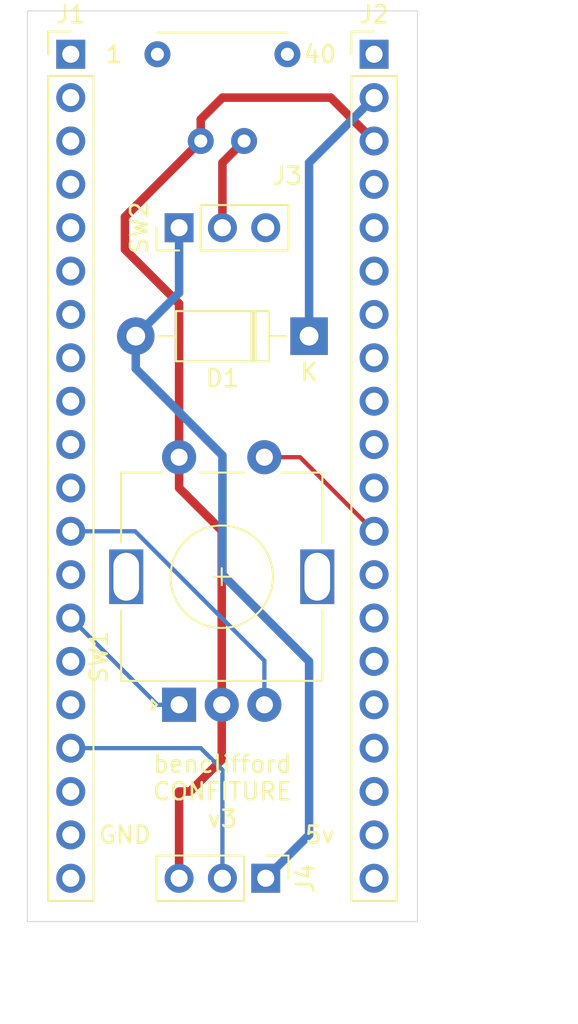
<source format=kicad_pcb>
(kicad_pcb (version 20171130) (host pcbnew 5.1.9+dfsg1-1)

  (general
    (thickness 1.6)
    (drawings 9)
    (tracks 37)
    (zones 0)
    (modules 7)
    (nets 44)
  )

  (page A4)
  (layers
    (0 F.Cu signal)
    (31 B.Cu signal)
    (32 B.Adhes user)
    (33 F.Adhes user)
    (34 B.Paste user)
    (35 F.Paste user)
    (36 B.SilkS user)
    (37 F.SilkS user)
    (38 B.Mask user)
    (39 F.Mask user)
    (40 Dwgs.User user)
    (41 Cmts.User user)
    (42 Eco1.User user)
    (43 Eco2.User user)
    (44 Edge.Cuts user)
    (45 Margin user)
    (46 B.CrtYd user)
    (47 F.CrtYd user)
    (48 B.Fab user)
    (49 F.Fab user)
  )

  (setup
    (last_trace_width 0.5)
    (trace_clearance 0.2)
    (zone_clearance 0.508)
    (zone_45_only no)
    (trace_min 0.2)
    (via_size 0.8)
    (via_drill 0.4)
    (via_min_size 0.4)
    (via_min_drill 0.3)
    (uvia_size 0.3)
    (uvia_drill 0.1)
    (uvias_allowed no)
    (uvia_min_size 0.2)
    (uvia_min_drill 0.1)
    (edge_width 0.05)
    (segment_width 0.2)
    (pcb_text_width 0.3)
    (pcb_text_size 1.5 1.5)
    (mod_edge_width 0.12)
    (mod_text_size 1 1)
    (mod_text_width 0.15)
    (pad_size 1.524 1.524)
    (pad_drill 0.762)
    (pad_to_mask_clearance 0)
    (aux_axis_origin 0 0)
    (visible_elements FFFFFF7F)
    (pcbplotparams
      (layerselection 0x010fc_ffffffff)
      (usegerberextensions false)
      (usegerberattributes true)
      (usegerberadvancedattributes true)
      (creategerberjobfile true)
      (excludeedgelayer true)
      (linewidth 0.100000)
      (plotframeref false)
      (viasonmask false)
      (mode 1)
      (useauxorigin false)
      (hpglpennumber 1)
      (hpglpenspeed 20)
      (hpglpendiameter 15.000000)
      (psnegative false)
      (psa4output false)
      (plotreference true)
      (plotvalue true)
      (plotinvisibletext false)
      (padsonsilk false)
      (subtractmaskfromsilk false)
      (outputformat 1)
      (mirror false)
      (drillshape 1)
      (scaleselection 1)
      (outputdirectory ""))
  )

  (net 0 "")
  (net 1 "Net-(D1-Pad1)")
  (net 2 "Net-(J1-Pad20)")
  (net 3 "Net-(J1-Pad19)")
  (net 4 "Net-(J1-Pad18)")
  (net 5 "Net-(J1-Pad17)")
  (net 6 "Net-(J1-Pad16)")
  (net 7 "Net-(J1-Pad15)")
  (net 8 "Net-(J1-Pad14)")
  (net 9 "Net-(J1-Pad13)")
  (net 10 "Net-(J1-Pad12)")
  (net 11 "Net-(J1-Pad11)")
  (net 12 "Net-(J1-Pad10)")
  (net 13 "Net-(J1-Pad9)")
  (net 14 "Net-(J1-Pad8)")
  (net 15 "Net-(J1-Pad7)")
  (net 16 "Net-(J1-Pad6)")
  (net 17 "Net-(J1-Pad5)")
  (net 18 "Net-(J1-Pad4)")
  (net 19 "Net-(J1-Pad3)")
  (net 20 "Net-(J1-Pad2)")
  (net 21 "Net-(J1-Pad1)")
  (net 22 "Net-(J2-Pad20)")
  (net 23 "Net-(J2-Pad19)")
  (net 24 "Net-(J2-Pad18)")
  (net 25 "Net-(J2-Pad17)")
  (net 26 "Net-(J2-Pad16)")
  (net 27 "Net-(J2-Pad15)")
  (net 28 "Net-(J2-Pad14)")
  (net 29 "Net-(J2-Pad13)")
  (net 30 "Net-(J2-Pad12)")
  (net 31 "Net-(J2-Pad11)")
  (net 32 "Net-(J2-Pad10)")
  (net 33 "Net-(J2-Pad9)")
  (net 34 "Net-(J2-Pad8)")
  (net 35 "Net-(J2-Pad7)")
  (net 36 "Net-(J2-Pad6)")
  (net 37 "Net-(J2-Pad5)")
  (net 38 "Net-(J2-Pad4)")
  (net 39 "Net-(J2-Pad1)")
  (net 40 "Net-(J3-Pad2)")
  (net 41 "Net-(SW2-Pad3)")
  (net 42 /5V_SWITCHED)
  (net 43 /GND)

  (net_class Default "This is the default net class."
    (clearance 0.2)
    (trace_width 0.5)
    (via_dia 0.8)
    (via_drill 0.4)
    (uvia_dia 0.3)
    (uvia_drill 0.1)
    (add_net /5V_SWITCHED)
    (add_net /GND)
    (add_net "Net-(D1-Pad1)")
    (add_net "Net-(J1-Pad1)")
    (add_net "Net-(J1-Pad10)")
    (add_net "Net-(J1-Pad11)")
    (add_net "Net-(J1-Pad12)")
    (add_net "Net-(J1-Pad13)")
    (add_net "Net-(J1-Pad14)")
    (add_net "Net-(J1-Pad15)")
    (add_net "Net-(J1-Pad16)")
    (add_net "Net-(J1-Pad17)")
    (add_net "Net-(J1-Pad18)")
    (add_net "Net-(J1-Pad19)")
    (add_net "Net-(J1-Pad2)")
    (add_net "Net-(J1-Pad20)")
    (add_net "Net-(J1-Pad3)")
    (add_net "Net-(J1-Pad4)")
    (add_net "Net-(J1-Pad5)")
    (add_net "Net-(J1-Pad6)")
    (add_net "Net-(J1-Pad7)")
    (add_net "Net-(J1-Pad8)")
    (add_net "Net-(J1-Pad9)")
    (add_net "Net-(J2-Pad1)")
    (add_net "Net-(J2-Pad10)")
    (add_net "Net-(J2-Pad11)")
    (add_net "Net-(J2-Pad12)")
    (add_net "Net-(J2-Pad13)")
    (add_net "Net-(J2-Pad14)")
    (add_net "Net-(J2-Pad15)")
    (add_net "Net-(J2-Pad16)")
    (add_net "Net-(J2-Pad17)")
    (add_net "Net-(J2-Pad18)")
    (add_net "Net-(J2-Pad19)")
    (add_net "Net-(J2-Pad20)")
    (add_net "Net-(J2-Pad4)")
    (add_net "Net-(J2-Pad5)")
    (add_net "Net-(J2-Pad6)")
    (add_net "Net-(J2-Pad7)")
    (add_net "Net-(J2-Pad8)")
    (add_net "Net-(J2-Pad9)")
    (add_net "Net-(J3-Pad2)")
    (add_net "Net-(SW2-Pad3)")
  )

  (module Rotary_Encoder:RotaryEncoder_Alps_EC11E-Switch_Vertical_H20mm (layer F.Cu) (tedit 5A74C8CB) (tstamp 60BFED6F)
    (at 116.84 31.75 90)
    (descr "Alps rotary encoder, EC12E... with switch, vertical shaft, http://www.alps.com/prod/info/E/HTML/Encoder/Incremental/EC11/EC11E15204A3.html")
    (tags "rotary encoder")
    (path /60BF5305)
    (fp_text reference SW1 (at 2.8 -4.7 90) (layer F.SilkS)
      (effects (font (size 1 1) (thickness 0.15)))
    )
    (fp_text value Rotary_Encoder_Switch (at 7.5 10.4 90) (layer F.Fab)
      (effects (font (size 1 1) (thickness 0.15)))
    )
    (fp_text user %R (at 11.1 6.3 90) (layer F.Fab)
      (effects (font (size 1 1) (thickness 0.15)))
    )
    (fp_line (start 7 2.5) (end 8 2.5) (layer F.SilkS) (width 0.12))
    (fp_line (start 7.5 2) (end 7.5 3) (layer F.SilkS) (width 0.12))
    (fp_line (start 13.6 6) (end 13.6 8.4) (layer F.SilkS) (width 0.12))
    (fp_line (start 13.6 1.2) (end 13.6 3.8) (layer F.SilkS) (width 0.12))
    (fp_line (start 13.6 -3.4) (end 13.6 -1) (layer F.SilkS) (width 0.12))
    (fp_line (start 4.5 2.5) (end 10.5 2.5) (layer F.Fab) (width 0.12))
    (fp_line (start 7.5 -0.5) (end 7.5 5.5) (layer F.Fab) (width 0.12))
    (fp_line (start 0.3 -1.6) (end 0 -1.3) (layer F.SilkS) (width 0.12))
    (fp_line (start -0.3 -1.6) (end 0.3 -1.6) (layer F.SilkS) (width 0.12))
    (fp_line (start 0 -1.3) (end -0.3 -1.6) (layer F.SilkS) (width 0.12))
    (fp_line (start 1.4 -3.4) (end 1.4 8.4) (layer F.SilkS) (width 0.12))
    (fp_line (start 5.5 -3.4) (end 1.4 -3.4) (layer F.SilkS) (width 0.12))
    (fp_line (start 5.5 8.4) (end 1.4 8.4) (layer F.SilkS) (width 0.12))
    (fp_line (start 13.6 8.4) (end 9.5 8.4) (layer F.SilkS) (width 0.12))
    (fp_line (start 9.5 -3.4) (end 13.6 -3.4) (layer F.SilkS) (width 0.12))
    (fp_line (start 1.5 -2.2) (end 2.5 -3.3) (layer F.Fab) (width 0.12))
    (fp_line (start 1.5 8.3) (end 1.5 -2.2) (layer F.Fab) (width 0.12))
    (fp_line (start 13.5 8.3) (end 1.5 8.3) (layer F.Fab) (width 0.12))
    (fp_line (start 13.5 -3.3) (end 13.5 8.3) (layer F.Fab) (width 0.12))
    (fp_line (start 2.5 -3.3) (end 13.5 -3.3) (layer F.Fab) (width 0.12))
    (fp_line (start -1.5 -4.6) (end 16 -4.6) (layer F.CrtYd) (width 0.05))
    (fp_line (start -1.5 -4.6) (end -1.5 9.6) (layer F.CrtYd) (width 0.05))
    (fp_line (start 16 9.6) (end 16 -4.6) (layer F.CrtYd) (width 0.05))
    (fp_line (start 16 9.6) (end -1.5 9.6) (layer F.CrtYd) (width 0.05))
    (fp_circle (center 7.5 2.5) (end 10.5 2.5) (layer F.SilkS) (width 0.12))
    (fp_circle (center 7.5 2.5) (end 10.5 2.5) (layer F.Fab) (width 0.12))
    (pad A thru_hole rect (at 0 0 90) (size 2 2) (drill 1) (layers *.Cu *.Mask)
      (net 8 "Net-(J1-Pad14)"))
    (pad C thru_hole circle (at 0 2.5 90) (size 2 2) (drill 1) (layers *.Cu *.Mask)
      (net 43 /GND))
    (pad B thru_hole circle (at 0 5 90) (size 2 2) (drill 1) (layers *.Cu *.Mask)
      (net 10 "Net-(J1-Pad12)"))
    (pad MP thru_hole rect (at 7.5 -3.1 90) (size 3.2 2) (drill oval 2.8 1.5) (layers *.Cu *.Mask))
    (pad MP thru_hole rect (at 7.5 8.1 90) (size 3.2 2) (drill oval 2.8 1.5) (layers *.Cu *.Mask))
    (pad S2 thru_hole circle (at 14.5 0 90) (size 2 2) (drill 1) (layers *.Cu *.Mask)
      (net 43 /GND))
    (pad S1 thru_hole circle (at 14.5 5 90) (size 2 2) (drill 1) (layers *.Cu *.Mask)
      (net 30 "Net-(J2-Pad12)"))
    (model ${KISYS3DMOD}/Rotary_Encoder.3dshapes/RotaryEncoder_Alps_EC11E-Switch_Vertical_H20mm.wrl
      (at (xyz 0 0 0))
      (scale (xyz 1 1 1))
      (rotate (xyz 0 0 0))
    )
  )

  (module Diode_THT:D_DO-41_SOD81_P10.16mm_Horizontal (layer F.Cu) (tedit 5AE50CD5) (tstamp 60BFECB0)
    (at 124.46 10.16 180)
    (descr "Diode, DO-41_SOD81 series, Axial, Horizontal, pin pitch=10.16mm, , length*diameter=5.2*2.7mm^2, , http://www.diodes.com/_files/packages/DO-41%20(Plastic).pdf")
    (tags "Diode DO-41_SOD81 series Axial Horizontal pin pitch 10.16mm  length 5.2mm diameter 2.7mm")
    (path /60BF9A5A)
    (fp_text reference D1 (at 5.08 -2.47) (layer F.SilkS)
      (effects (font (size 1 1) (thickness 0.15)))
    )
    (fp_text value D (at 5.08 2.47) (layer F.Fab)
      (effects (font (size 1 1) (thickness 0.15)))
    )
    (fp_text user K (at 0 -2.1) (layer F.SilkS)
      (effects (font (size 1 1) (thickness 0.15)))
    )
    (fp_text user K (at 0 -2.1) (layer F.Fab)
      (effects (font (size 1 1) (thickness 0.15)))
    )
    (fp_text user %R (at 5.47 0) (layer F.Fab)
      (effects (font (size 1 1) (thickness 0.15)))
    )
    (fp_line (start 2.48 -1.35) (end 2.48 1.35) (layer F.Fab) (width 0.1))
    (fp_line (start 2.48 1.35) (end 7.68 1.35) (layer F.Fab) (width 0.1))
    (fp_line (start 7.68 1.35) (end 7.68 -1.35) (layer F.Fab) (width 0.1))
    (fp_line (start 7.68 -1.35) (end 2.48 -1.35) (layer F.Fab) (width 0.1))
    (fp_line (start 0 0) (end 2.48 0) (layer F.Fab) (width 0.1))
    (fp_line (start 10.16 0) (end 7.68 0) (layer F.Fab) (width 0.1))
    (fp_line (start 3.26 -1.35) (end 3.26 1.35) (layer F.Fab) (width 0.1))
    (fp_line (start 3.36 -1.35) (end 3.36 1.35) (layer F.Fab) (width 0.1))
    (fp_line (start 3.16 -1.35) (end 3.16 1.35) (layer F.Fab) (width 0.1))
    (fp_line (start 2.36 -1.47) (end 2.36 1.47) (layer F.SilkS) (width 0.12))
    (fp_line (start 2.36 1.47) (end 7.8 1.47) (layer F.SilkS) (width 0.12))
    (fp_line (start 7.8 1.47) (end 7.8 -1.47) (layer F.SilkS) (width 0.12))
    (fp_line (start 7.8 -1.47) (end 2.36 -1.47) (layer F.SilkS) (width 0.12))
    (fp_line (start 1.34 0) (end 2.36 0) (layer F.SilkS) (width 0.12))
    (fp_line (start 8.82 0) (end 7.8 0) (layer F.SilkS) (width 0.12))
    (fp_line (start 3.26 -1.47) (end 3.26 1.47) (layer F.SilkS) (width 0.12))
    (fp_line (start 3.38 -1.47) (end 3.38 1.47) (layer F.SilkS) (width 0.12))
    (fp_line (start 3.14 -1.47) (end 3.14 1.47) (layer F.SilkS) (width 0.12))
    (fp_line (start -1.35 -1.6) (end -1.35 1.6) (layer F.CrtYd) (width 0.05))
    (fp_line (start -1.35 1.6) (end 11.51 1.6) (layer F.CrtYd) (width 0.05))
    (fp_line (start 11.51 1.6) (end 11.51 -1.6) (layer F.CrtYd) (width 0.05))
    (fp_line (start 11.51 -1.6) (end -1.35 -1.6) (layer F.CrtYd) (width 0.05))
    (pad 2 thru_hole oval (at 10.16 0 180) (size 2.2 2.2) (drill 1.1) (layers *.Cu *.Mask)
      (net 42 /5V_SWITCHED))
    (pad 1 thru_hole rect (at 0 0 180) (size 2.2 2.2) (drill 1.1) (layers *.Cu *.Mask)
      (net 1 "Net-(D1-Pad1)"))
    (model ${KISYS3DMOD}/Diode_THT.3dshapes/D_DO-41_SOD81_P10.16mm_Horizontal.wrl
      (at (xyz 0 0 0))
      (scale (xyz 1 1 1))
      (rotate (xyz 0 0 0))
    )
  )

  (module Connector_PinHeader_2.54mm:PinHeader_1x03_P2.54mm_Vertical (layer F.Cu) (tedit 59FED5CC) (tstamp 60BFEDAF)
    (at 116.84 3.81 90)
    (descr "Through hole straight pin header, 1x03, 2.54mm pitch, single row")
    (tags "Through hole pin header THT 1x03 2.54mm single row")
    (path /60BF69ED)
    (fp_text reference SW2 (at 0 -2.33 90) (layer F.SilkS)
      (effects (font (size 1 1) (thickness 0.15)))
    )
    (fp_text value SW_SPDT (at 0 7.41 90) (layer F.Fab)
      (effects (font (size 1 1) (thickness 0.15)))
    )
    (fp_text user %R (at 0 2.54) (layer F.Fab)
      (effects (font (size 1 1) (thickness 0.15)))
    )
    (fp_line (start -0.635 -1.27) (end 1.27 -1.27) (layer F.Fab) (width 0.1))
    (fp_line (start 1.27 -1.27) (end 1.27 6.35) (layer F.Fab) (width 0.1))
    (fp_line (start 1.27 6.35) (end -1.27 6.35) (layer F.Fab) (width 0.1))
    (fp_line (start -1.27 6.35) (end -1.27 -0.635) (layer F.Fab) (width 0.1))
    (fp_line (start -1.27 -0.635) (end -0.635 -1.27) (layer F.Fab) (width 0.1))
    (fp_line (start -1.33 6.41) (end 1.33 6.41) (layer F.SilkS) (width 0.12))
    (fp_line (start -1.33 1.27) (end -1.33 6.41) (layer F.SilkS) (width 0.12))
    (fp_line (start 1.33 1.27) (end 1.33 6.41) (layer F.SilkS) (width 0.12))
    (fp_line (start -1.33 1.27) (end 1.33 1.27) (layer F.SilkS) (width 0.12))
    (fp_line (start -1.33 0) (end -1.33 -1.33) (layer F.SilkS) (width 0.12))
    (fp_line (start -1.33 -1.33) (end 0 -1.33) (layer F.SilkS) (width 0.12))
    (fp_line (start -1.8 -1.8) (end -1.8 6.85) (layer F.CrtYd) (width 0.05))
    (fp_line (start -1.8 6.85) (end 1.8 6.85) (layer F.CrtYd) (width 0.05))
    (fp_line (start 1.8 6.85) (end 1.8 -1.8) (layer F.CrtYd) (width 0.05))
    (fp_line (start 1.8 -1.8) (end -1.8 -1.8) (layer F.CrtYd) (width 0.05))
    (pad 3 thru_hole oval (at 0 5.08 90) (size 1.7 1.7) (drill 1) (layers *.Cu *.Mask)
      (net 41 "Net-(SW2-Pad3)"))
    (pad 2 thru_hole oval (at 0 2.54 90) (size 1.7 1.7) (drill 1) (layers *.Cu *.Mask)
      (net 40 "Net-(J3-Pad2)"))
    (pad 1 thru_hole rect (at 0 0 90) (size 1.7 1.7) (drill 1) (layers *.Cu *.Mask)
      (net 42 /5V_SWITCHED))
    (model ${KISYS3DMOD}/Connector_PinHeader_2.54mm.3dshapes/PinHeader_1x03_P2.54mm_Vertical.wrl
      (at (xyz 0 0 0))
      (scale (xyz 1 1 1))
      (rotate (xyz 0 0 0))
    )
  )

  (module Connector_PinHeader_2.54mm:PinHeader_1x03_P2.54mm_Vertical (layer F.Cu) (tedit 59FED5CC) (tstamp 60BFED49)
    (at 121.92 41.91 270)
    (descr "Through hole straight pin header, 1x03, 2.54mm pitch, single row")
    (tags "Through hole pin header THT 1x03 2.54mm single row")
    (path /60BF7505)
    (fp_text reference J4 (at 0 -2.33 90) (layer F.SilkS)
      (effects (font (size 1 1) (thickness 0.15)))
    )
    (fp_text value Screw_Terminal_01x03 (at 0 7.41 90) (layer F.Fab)
      (effects (font (size 1 1) (thickness 0.15)))
    )
    (fp_text user %R (at 0 2.54) (layer F.Fab)
      (effects (font (size 1 1) (thickness 0.15)))
    )
    (fp_line (start -0.635 -1.27) (end 1.27 -1.27) (layer F.Fab) (width 0.1))
    (fp_line (start 1.27 -1.27) (end 1.27 6.35) (layer F.Fab) (width 0.1))
    (fp_line (start 1.27 6.35) (end -1.27 6.35) (layer F.Fab) (width 0.1))
    (fp_line (start -1.27 6.35) (end -1.27 -0.635) (layer F.Fab) (width 0.1))
    (fp_line (start -1.27 -0.635) (end -0.635 -1.27) (layer F.Fab) (width 0.1))
    (fp_line (start -1.33 6.41) (end 1.33 6.41) (layer F.SilkS) (width 0.12))
    (fp_line (start -1.33 1.27) (end -1.33 6.41) (layer F.SilkS) (width 0.12))
    (fp_line (start 1.33 1.27) (end 1.33 6.41) (layer F.SilkS) (width 0.12))
    (fp_line (start -1.33 1.27) (end 1.33 1.27) (layer F.SilkS) (width 0.12))
    (fp_line (start -1.33 0) (end -1.33 -1.33) (layer F.SilkS) (width 0.12))
    (fp_line (start -1.33 -1.33) (end 0 -1.33) (layer F.SilkS) (width 0.12))
    (fp_line (start -1.8 -1.8) (end -1.8 6.85) (layer F.CrtYd) (width 0.05))
    (fp_line (start -1.8 6.85) (end 1.8 6.85) (layer F.CrtYd) (width 0.05))
    (fp_line (start 1.8 6.85) (end 1.8 -1.8) (layer F.CrtYd) (width 0.05))
    (fp_line (start 1.8 -1.8) (end -1.8 -1.8) (layer F.CrtYd) (width 0.05))
    (pad 3 thru_hole oval (at 0 5.08 270) (size 1.7 1.7) (drill 1) (layers *.Cu *.Mask)
      (net 43 /GND))
    (pad 2 thru_hole oval (at 0 2.54 270) (size 1.7 1.7) (drill 1) (layers *.Cu *.Mask)
      (net 5 "Net-(J1-Pad17)"))
    (pad 1 thru_hole rect (at 0 0 270) (size 1.7 1.7) (drill 1) (layers *.Cu *.Mask)
      (net 42 /5V_SWITCHED))
    (model ${KISYS3DMOD}/Connector_PinHeader_2.54mm.3dshapes/PinHeader_1x03_P2.54mm_Vertical.wrl
      (at (xyz 0 0 0))
      (scale (xyz 1 1 1))
      (rotate (xyz 0 0 0))
    )
  )

  (module kidcad-test:usb_micro_b_power_pp_benc (layer F.Cu) (tedit 60BF6A66) (tstamp 60BFED09)
    (at 124.46 -3.81 180)
    (path /60C6FF2F)
    (fp_text reference J3 (at 1.27 -4.58) (layer F.SilkS)
      (effects (font (size 1 1) (thickness 0.15)))
    )
    (fp_text value Conn_01x02_Male (at 1.27 -5.58) (layer F.Fab)
      (effects (font (size 1 1) (thickness 0.15)))
    )
    (fp_line (start 1.27 3.81) (end 8.89 3.81) (layer F.SilkS) (width 0.12))
    (pad 3 thru_hole circle (at 8.89 2.54 180) (size 1.524 1.524) (drill 0.762) (layers *.Cu *.Mask))
    (pad 4 thru_hole circle (at 1.27 2.54 180) (size 1.524 1.524) (drill 0.762) (layers *.Cu *.Mask))
    (pad 1 thru_hole circle (at 6.35 -2.54 180) (size 1.524 1.524) (drill 0.762) (layers *.Cu *.Mask)
      (net 43 /GND))
    (pad 2 thru_hole circle (at 3.81 -2.54 180) (size 1.524 1.524) (drill 0.762) (layers *.Cu *.Mask)
      (net 40 "Net-(J3-Pad2)"))
  )

  (module Connector_PinHeader_2.54mm:PinHeader_1x20_P2.54mm_Vertical (layer F.Cu) (tedit 59FED5CC) (tstamp 60BFED00)
    (at 128.27 -6.35)
    (descr "Through hole straight pin header, 1x20, 2.54mm pitch, single row")
    (tags "Through hole pin header THT 1x20 2.54mm single row")
    (path /60BFFC1A)
    (fp_text reference J2 (at 0 -2.33) (layer F.SilkS)
      (effects (font (size 1 1) (thickness 0.15)))
    )
    (fp_text value "Pins 40-21 (reverse counting)" (at 0 50.59) (layer F.Fab)
      (effects (font (size 1 1) (thickness 0.15)))
    )
    (fp_text user %R (at 0 24.13 90) (layer F.Fab)
      (effects (font (size 1 1) (thickness 0.15)))
    )
    (fp_line (start -0.635 -1.27) (end 1.27 -1.27) (layer F.Fab) (width 0.1))
    (fp_line (start 1.27 -1.27) (end 1.27 49.53) (layer F.Fab) (width 0.1))
    (fp_line (start 1.27 49.53) (end -1.27 49.53) (layer F.Fab) (width 0.1))
    (fp_line (start -1.27 49.53) (end -1.27 -0.635) (layer F.Fab) (width 0.1))
    (fp_line (start -1.27 -0.635) (end -0.635 -1.27) (layer F.Fab) (width 0.1))
    (fp_line (start -1.33 49.59) (end 1.33 49.59) (layer F.SilkS) (width 0.12))
    (fp_line (start -1.33 1.27) (end -1.33 49.59) (layer F.SilkS) (width 0.12))
    (fp_line (start 1.33 1.27) (end 1.33 49.59) (layer F.SilkS) (width 0.12))
    (fp_line (start -1.33 1.27) (end 1.33 1.27) (layer F.SilkS) (width 0.12))
    (fp_line (start -1.33 0) (end -1.33 -1.33) (layer F.SilkS) (width 0.12))
    (fp_line (start -1.33 -1.33) (end 0 -1.33) (layer F.SilkS) (width 0.12))
    (fp_line (start -1.8 -1.8) (end -1.8 50.05) (layer F.CrtYd) (width 0.05))
    (fp_line (start -1.8 50.05) (end 1.8 50.05) (layer F.CrtYd) (width 0.05))
    (fp_line (start 1.8 50.05) (end 1.8 -1.8) (layer F.CrtYd) (width 0.05))
    (fp_line (start 1.8 -1.8) (end -1.8 -1.8) (layer F.CrtYd) (width 0.05))
    (pad 20 thru_hole oval (at 0 48.26) (size 1.7 1.7) (drill 1) (layers *.Cu *.Mask)
      (net 22 "Net-(J2-Pad20)"))
    (pad 19 thru_hole oval (at 0 45.72) (size 1.7 1.7) (drill 1) (layers *.Cu *.Mask)
      (net 23 "Net-(J2-Pad19)"))
    (pad 18 thru_hole oval (at 0 43.18) (size 1.7 1.7) (drill 1) (layers *.Cu *.Mask)
      (net 24 "Net-(J2-Pad18)"))
    (pad 17 thru_hole oval (at 0 40.64) (size 1.7 1.7) (drill 1) (layers *.Cu *.Mask)
      (net 25 "Net-(J2-Pad17)"))
    (pad 16 thru_hole oval (at 0 38.1) (size 1.7 1.7) (drill 1) (layers *.Cu *.Mask)
      (net 26 "Net-(J2-Pad16)"))
    (pad 15 thru_hole oval (at 0 35.56) (size 1.7 1.7) (drill 1) (layers *.Cu *.Mask)
      (net 27 "Net-(J2-Pad15)"))
    (pad 14 thru_hole oval (at 0 33.02) (size 1.7 1.7) (drill 1) (layers *.Cu *.Mask)
      (net 28 "Net-(J2-Pad14)"))
    (pad 13 thru_hole oval (at 0 30.48) (size 1.7 1.7) (drill 1) (layers *.Cu *.Mask)
      (net 29 "Net-(J2-Pad13)"))
    (pad 12 thru_hole oval (at 0 27.94) (size 1.7 1.7) (drill 1) (layers *.Cu *.Mask)
      (net 30 "Net-(J2-Pad12)"))
    (pad 11 thru_hole oval (at 0 25.4) (size 1.7 1.7) (drill 1) (layers *.Cu *.Mask)
      (net 31 "Net-(J2-Pad11)"))
    (pad 10 thru_hole oval (at 0 22.86) (size 1.7 1.7) (drill 1) (layers *.Cu *.Mask)
      (net 32 "Net-(J2-Pad10)"))
    (pad 9 thru_hole oval (at 0 20.32) (size 1.7 1.7) (drill 1) (layers *.Cu *.Mask)
      (net 33 "Net-(J2-Pad9)"))
    (pad 8 thru_hole oval (at 0 17.78) (size 1.7 1.7) (drill 1) (layers *.Cu *.Mask)
      (net 34 "Net-(J2-Pad8)"))
    (pad 7 thru_hole oval (at 0 15.24) (size 1.7 1.7) (drill 1) (layers *.Cu *.Mask)
      (net 35 "Net-(J2-Pad7)"))
    (pad 6 thru_hole oval (at 0 12.7) (size 1.7 1.7) (drill 1) (layers *.Cu *.Mask)
      (net 36 "Net-(J2-Pad6)"))
    (pad 5 thru_hole oval (at 0 10.16) (size 1.7 1.7) (drill 1) (layers *.Cu *.Mask)
      (net 37 "Net-(J2-Pad5)"))
    (pad 4 thru_hole oval (at 0 7.62) (size 1.7 1.7) (drill 1) (layers *.Cu *.Mask)
      (net 38 "Net-(J2-Pad4)"))
    (pad 3 thru_hole oval (at 0 5.08) (size 1.7 1.7) (drill 1) (layers *.Cu *.Mask)
      (net 43 /GND))
    (pad 2 thru_hole oval (at 0 2.54) (size 1.7 1.7) (drill 1) (layers *.Cu *.Mask)
      (net 1 "Net-(D1-Pad1)"))
    (pad 1 thru_hole rect (at 0 0) (size 1.7 1.7) (drill 1) (layers *.Cu *.Mask)
      (net 39 "Net-(J2-Pad1)"))
    (model ${KISYS3DMOD}/Connector_PinHeader_2.54mm.3dshapes/PinHeader_1x20_P2.54mm_Vertical.wrl
      (at (xyz 0 0 0))
      (scale (xyz 1 1 1))
      (rotate (xyz 0 0 0))
    )
  )

  (module Connector_PinHeader_2.54mm:PinHeader_1x20_P2.54mm_Vertical (layer F.Cu) (tedit 59FED5CC) (tstamp 60BFECD8)
    (at 110.49 -6.35)
    (descr "Through hole straight pin header, 1x20, 2.54mm pitch, single row")
    (tags "Through hole pin header THT 1x20 2.54mm single row")
    (path /60BFE91E)
    (fp_text reference J1 (at 0 -2.33) (layer F.SilkS)
      (effects (font (size 1 1) (thickness 0.15)))
    )
    (fp_text value "Pins 1-20" (at 0 50.59) (layer F.Fab)
      (effects (font (size 1 1) (thickness 0.15)))
    )
    (fp_text user %R (at 0 24.13 90) (layer F.Fab)
      (effects (font (size 1 1) (thickness 0.15)))
    )
    (fp_line (start -0.635 -1.27) (end 1.27 -1.27) (layer F.Fab) (width 0.1))
    (fp_line (start 1.27 -1.27) (end 1.27 49.53) (layer F.Fab) (width 0.1))
    (fp_line (start 1.27 49.53) (end -1.27 49.53) (layer F.Fab) (width 0.1))
    (fp_line (start -1.27 49.53) (end -1.27 -0.635) (layer F.Fab) (width 0.1))
    (fp_line (start -1.27 -0.635) (end -0.635 -1.27) (layer F.Fab) (width 0.1))
    (fp_line (start -1.33 49.59) (end 1.33 49.59) (layer F.SilkS) (width 0.12))
    (fp_line (start -1.33 1.27) (end -1.33 49.59) (layer F.SilkS) (width 0.12))
    (fp_line (start 1.33 1.27) (end 1.33 49.59) (layer F.SilkS) (width 0.12))
    (fp_line (start -1.33 1.27) (end 1.33 1.27) (layer F.SilkS) (width 0.12))
    (fp_line (start -1.33 0) (end -1.33 -1.33) (layer F.SilkS) (width 0.12))
    (fp_line (start -1.33 -1.33) (end 0 -1.33) (layer F.SilkS) (width 0.12))
    (fp_line (start -1.8 -1.8) (end -1.8 50.05) (layer F.CrtYd) (width 0.05))
    (fp_line (start -1.8 50.05) (end 1.8 50.05) (layer F.CrtYd) (width 0.05))
    (fp_line (start 1.8 50.05) (end 1.8 -1.8) (layer F.CrtYd) (width 0.05))
    (fp_line (start 1.8 -1.8) (end -1.8 -1.8) (layer F.CrtYd) (width 0.05))
    (pad 20 thru_hole oval (at 0 48.26) (size 1.7 1.7) (drill 1) (layers *.Cu *.Mask)
      (net 2 "Net-(J1-Pad20)"))
    (pad 19 thru_hole oval (at 0 45.72) (size 1.7 1.7) (drill 1) (layers *.Cu *.Mask)
      (net 3 "Net-(J1-Pad19)"))
    (pad 18 thru_hole oval (at 0 43.18) (size 1.7 1.7) (drill 1) (layers *.Cu *.Mask)
      (net 4 "Net-(J1-Pad18)"))
    (pad 17 thru_hole oval (at 0 40.64) (size 1.7 1.7) (drill 1) (layers *.Cu *.Mask)
      (net 5 "Net-(J1-Pad17)"))
    (pad 16 thru_hole oval (at 0 38.1) (size 1.7 1.7) (drill 1) (layers *.Cu *.Mask)
      (net 6 "Net-(J1-Pad16)"))
    (pad 15 thru_hole oval (at 0 35.56) (size 1.7 1.7) (drill 1) (layers *.Cu *.Mask)
      (net 7 "Net-(J1-Pad15)"))
    (pad 14 thru_hole oval (at 0 33.02) (size 1.7 1.7) (drill 1) (layers *.Cu *.Mask)
      (net 8 "Net-(J1-Pad14)"))
    (pad 13 thru_hole oval (at 0 30.48) (size 1.7 1.7) (drill 1) (layers *.Cu *.Mask)
      (net 9 "Net-(J1-Pad13)"))
    (pad 12 thru_hole oval (at 0 27.94) (size 1.7 1.7) (drill 1) (layers *.Cu *.Mask)
      (net 10 "Net-(J1-Pad12)"))
    (pad 11 thru_hole oval (at 0 25.4) (size 1.7 1.7) (drill 1) (layers *.Cu *.Mask)
      (net 11 "Net-(J1-Pad11)"))
    (pad 10 thru_hole oval (at 0 22.86) (size 1.7 1.7) (drill 1) (layers *.Cu *.Mask)
      (net 12 "Net-(J1-Pad10)"))
    (pad 9 thru_hole oval (at 0 20.32) (size 1.7 1.7) (drill 1) (layers *.Cu *.Mask)
      (net 13 "Net-(J1-Pad9)"))
    (pad 8 thru_hole oval (at 0 17.78) (size 1.7 1.7) (drill 1) (layers *.Cu *.Mask)
      (net 14 "Net-(J1-Pad8)"))
    (pad 7 thru_hole oval (at 0 15.24) (size 1.7 1.7) (drill 1) (layers *.Cu *.Mask)
      (net 15 "Net-(J1-Pad7)"))
    (pad 6 thru_hole oval (at 0 12.7) (size 1.7 1.7) (drill 1) (layers *.Cu *.Mask)
      (net 16 "Net-(J1-Pad6)"))
    (pad 5 thru_hole oval (at 0 10.16) (size 1.7 1.7) (drill 1) (layers *.Cu *.Mask)
      (net 17 "Net-(J1-Pad5)"))
    (pad 4 thru_hole oval (at 0 7.62) (size 1.7 1.7) (drill 1) (layers *.Cu *.Mask)
      (net 18 "Net-(J1-Pad4)"))
    (pad 3 thru_hole oval (at 0 5.08) (size 1.7 1.7) (drill 1) (layers *.Cu *.Mask)
      (net 19 "Net-(J1-Pad3)"))
    (pad 2 thru_hole oval (at 0 2.54) (size 1.7 1.7) (drill 1) (layers *.Cu *.Mask)
      (net 20 "Net-(J1-Pad2)"))
    (pad 1 thru_hole rect (at 0 0) (size 1.7 1.7) (drill 1) (layers *.Cu *.Mask)
      (net 21 "Net-(J1-Pad1)"))
    (model ${KISYS3DMOD}/Connector_PinHeader_2.54mm.3dshapes/PinHeader_1x20_P2.54mm_Vertical.wrl
      (at (xyz 0 0 0))
      (scale (xyz 1 1 1))
      (rotate (xyz 0 0 0))
    )
  )

  (gr_text 40 (at 125.095 -6.35) (layer F.SilkS)
    (effects (font (size 1 1) (thickness 0.15)))
  )
  (gr_text 1 (at 113.03 -6.35) (layer F.SilkS)
    (effects (font (size 1 1) (thickness 0.15)))
  )
  (gr_text GND (at 113.665 39.37) (layer F.SilkS)
    (effects (font (size 1 1) (thickness 0.15)))
  )
  (gr_text 5v (at 125.095 39.37) (layer F.SilkS)
    (effects (font (size 1 1) (thickness 0.15)))
  )
  (gr_text "benclifford\nCONFITURE\nv3" (at 119.38 36.83) (layer F.SilkS)
    (effects (font (size 1 1) (thickness 0.15)))
  )
  (gr_line (start 107.95 44.45) (end 107.95 -8.89) (layer Edge.Cuts) (width 0.05) (tstamp 60C01AC1))
  (gr_line (start 130.81 44.45) (end 107.95 44.45) (layer Edge.Cuts) (width 0.05))
  (gr_line (start 130.81 -8.89) (end 130.81 44.45) (layer Edge.Cuts) (width 0.05))
  (gr_line (start 107.95 -8.89) (end 130.81 -8.89) (layer Edge.Cuts) (width 0.05))

  (segment (start 124.46 0) (end 128.27 -3.81) (width 0.5) (layer B.Cu) (net 1))
  (segment (start 124.46 10.16) (end 124.46 0) (width 0.5) (layer B.Cu) (net 1))
  (segment (start 118.11 34.29) (end 110.49 34.29) (width 0.25) (layer B.Cu) (net 5))
  (segment (start 119.38 35.56) (end 118.11 34.29) (width 0.25) (layer B.Cu) (net 5))
  (segment (start 119.38 41.91) (end 119.38 35.56) (width 0.25) (layer B.Cu) (net 5))
  (segment (start 115.57 31.75) (end 110.49 26.67) (width 0.25) (layer B.Cu) (net 8))
  (segment (start 116.84 31.75) (end 115.57 31.75) (width 0.25) (layer B.Cu) (net 8))
  (segment (start 114.265002 21.59) (end 110.49 21.59) (width 0.25) (layer B.Cu) (net 10))
  (segment (start 121.84 29.164998) (end 114.265002 21.59) (width 0.25) (layer B.Cu) (net 10))
  (segment (start 121.84 31.75) (end 121.84 29.164998) (width 0.25) (layer B.Cu) (net 10))
  (segment (start 123.93 17.25) (end 128.27 21.59) (width 0.25) (layer F.Cu) (net 30))
  (segment (start 121.84 17.25) (end 123.93 17.25) (width 0.25) (layer F.Cu) (net 30))
  (segment (start 116.84 41.91) (end 116.84 36.83) (width 0.5) (layer F.Cu) (net 43))
  (segment (start 116.84 36.83) (end 117.475 36.83) (width 0.5) (layer F.Cu) (net 43))
  (segment (start 119.34 34.965) (end 119.34 31.75) (width 0.5) (layer F.Cu) (net 43))
  (segment (start 117.475 36.83) (end 119.34 34.965) (width 0.5) (layer F.Cu) (net 43))
  (segment (start 119.34 31.75) (end 119.34 21.55) (width 0.5) (layer F.Cu) (net 43))
  (segment (start 116.84 19.05) (end 116.84 17.25) (width 0.5) (layer F.Cu) (net 43))
  (segment (start 119.34 21.55) (end 116.84 19.05) (width 0.5) (layer F.Cu) (net 43))
  (segment (start 116.84 17.25) (end 116.84 8.255) (width 0.5) (layer F.Cu) (net 43))
  (segment (start 116.84 8.255) (end 113.665 5.08) (width 0.5) (layer F.Cu) (net 43))
  (segment (start 113.665 3.175) (end 118.11 -1.27) (width 0.5) (layer F.Cu) (net 43))
  (segment (start 113.665 5.08) (end 113.665 3.175) (width 0.5) (layer F.Cu) (net 43))
  (segment (start 118.11 -1.27) (end 118.11 -2.54) (width 0.5) (layer F.Cu) (net 43))
  (segment (start 118.11 -2.54) (end 119.38 -3.81) (width 0.5) (layer F.Cu) (net 43))
  (segment (start 125.73 -3.81) (end 128.27 -1.27) (width 0.5) (layer F.Cu) (net 43))
  (segment (start 119.38 -3.81) (end 125.73 -3.81) (width 0.5) (layer F.Cu) (net 43))
  (segment (start 119.38 0) (end 120.65 -1.27) (width 0.5) (layer F.Cu) (net 40))
  (segment (start 119.38 3.81) (end 119.38 0) (width 0.5) (layer F.Cu) (net 40))
  (segment (start 116.84 7.62) (end 114.3 10.16) (width 0.5) (layer B.Cu) (net 42))
  (segment (start 116.84 3.81) (end 116.84 7.62) (width 0.5) (layer B.Cu) (net 42))
  (segment (start 114.3 10.16) (end 114.3 12.065) (width 0.5) (layer B.Cu) (net 42))
  (segment (start 114.3 12.065) (end 119.38 17.145) (width 0.5) (layer B.Cu) (net 42))
  (segment (start 119.38 17.145) (end 119.38 24.13) (width 0.5) (layer B.Cu) (net 42))
  (segment (start 119.38 24.13) (end 124.46 29.21) (width 0.5) (layer B.Cu) (net 42))
  (segment (start 124.46 39.37) (end 121.92 41.91) (width 0.5) (layer B.Cu) (net 42))
  (segment (start 124.46 29.21) (end 124.46 39.37) (width 0.5) (layer B.Cu) (net 42))

)

</source>
